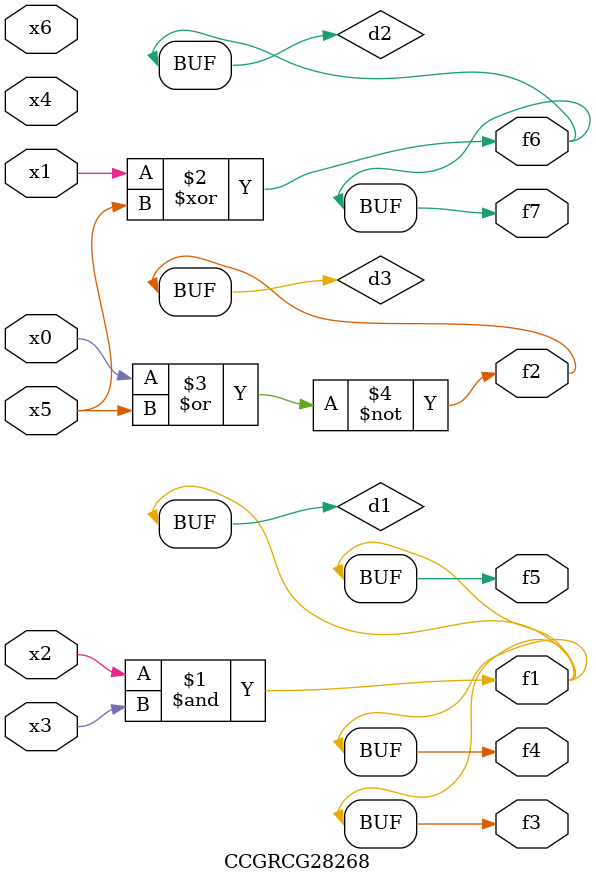
<source format=v>
module CCGRCG28268(
	input x0, x1, x2, x3, x4, x5, x6,
	output f1, f2, f3, f4, f5, f6, f7
);

	wire d1, d2, d3;

	and (d1, x2, x3);
	xor (d2, x1, x5);
	nor (d3, x0, x5);
	assign f1 = d1;
	assign f2 = d3;
	assign f3 = d1;
	assign f4 = d1;
	assign f5 = d1;
	assign f6 = d2;
	assign f7 = d2;
endmodule

</source>
